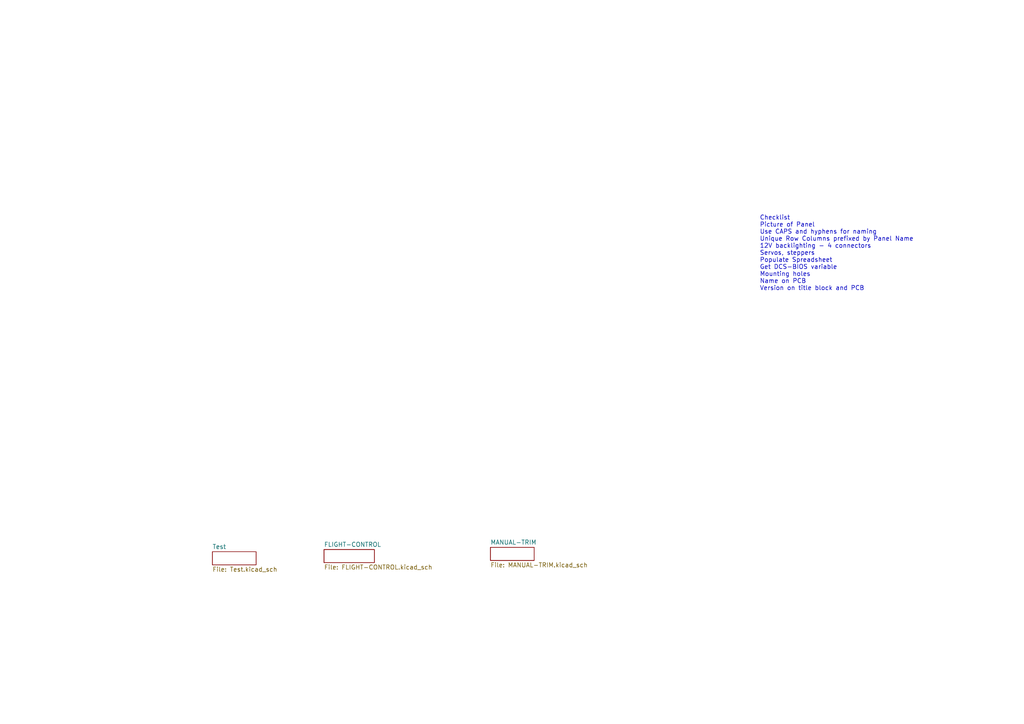
<source format=kicad_sch>
(kicad_sch (version 20211123) (generator eeschema)
  (paper "A4")
  (title_block (title "F16-LHS-REAR") (date "2023-09-17"))
  (lib_symbols)
  (text "Checklist\nPicture of Panel \nUse CAPS and hyphens for naming\nUnique Row Columns prefixed by Panel Name\n12V backlighting - 4 connectors\nServos, steppers\nPopulate Spreadsheet\nGet DCS-BIOS variable\nMounting holes\nName on PCB\nVersion on title block and PCB\n" (at 220.345 84.455 0) (effects (font (size 1.27 1.27)) (justify left bottom)))
  (sheet (at 61.595 160.02) (size 12.7 3.81) (stroke (width 0.1524))
    (property "Sheet name" "Test" (at 61.595 159.3084 0) (effects (justify left bottom)))
    (property "Sheet file" "Test.kicad_sch" (at 61.595 164.4146 0) (effects (justify left top)))
  )
  (sheet (at 142.24 158.75) (size 12.7 3.81) (stroke (width 0.1524))
    (property "Sheet name" "MANUAL-TRIM" (at 142.24 158.0384 0) (effects (justify left bottom)))
    (property "Sheet file" "MANUAL-TRIM.kicad_sch" (at 142.24 163.1446 0) (effects (justify left top)))
  )
  (sheet (at 93.98 159.385) (size 14.605 3.81) (stroke (width 0.1524))
    (property "Sheet name" "FLIGHT-CONTROL" (at 93.98 158.6734 0) (effects (justify left bottom)))
    (property "Sheet file" "FLIGHT-CONTROL.kicad_sch" (at 93.98 163.7796 0) (effects (justify left top)))
  )
)
</source>
